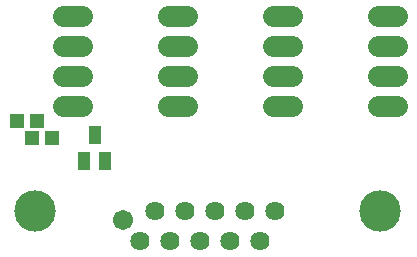
<source format=gts>
G75*
G70*
%OFA0B0*%
%FSLAX24Y24*%
%IPPOS*%
%LPD*%
%AMOC8*
5,1,8,0,0,1.08239X$1,22.5*
%
%ADD10C,0.1379*%
%ADD11C,0.0714*%
%ADD12R,0.0474X0.0513*%
%ADD13C,0.0640*%
%ADD14C,0.0671*%
%ADD15R,0.0434X0.0631*%
D10*
X001901Y002274D03*
X013401Y002274D03*
D11*
X013334Y005774D02*
X013968Y005774D01*
X013968Y006774D02*
X013334Y006774D01*
X013334Y007774D02*
X013968Y007774D01*
X013968Y008774D02*
X013334Y008774D01*
X010468Y008774D02*
X009834Y008774D01*
X009834Y007774D02*
X010468Y007774D01*
X010468Y006774D02*
X009834Y006774D01*
X009834Y005774D02*
X010468Y005774D01*
X006968Y005774D02*
X006334Y005774D01*
X006334Y006774D02*
X006968Y006774D01*
X006968Y007774D02*
X006334Y007774D01*
X006334Y008774D02*
X006968Y008774D01*
X003468Y008774D02*
X002834Y008774D01*
X002834Y007774D02*
X003468Y007774D01*
X003468Y006774D02*
X002834Y006774D01*
X002834Y005774D02*
X003468Y005774D01*
D12*
X002486Y004724D03*
X001817Y004724D03*
X001986Y005274D03*
X001317Y005274D03*
D13*
X005901Y002274D03*
X006901Y002274D03*
X007901Y002274D03*
X008901Y002274D03*
X009901Y002274D03*
X009401Y001274D03*
X008401Y001274D03*
X007401Y001274D03*
X006401Y001274D03*
X005401Y001274D03*
D14*
X004852Y001983D03*
D15*
X004256Y003941D03*
X003547Y003941D03*
X003901Y004807D03*
M02*

</source>
